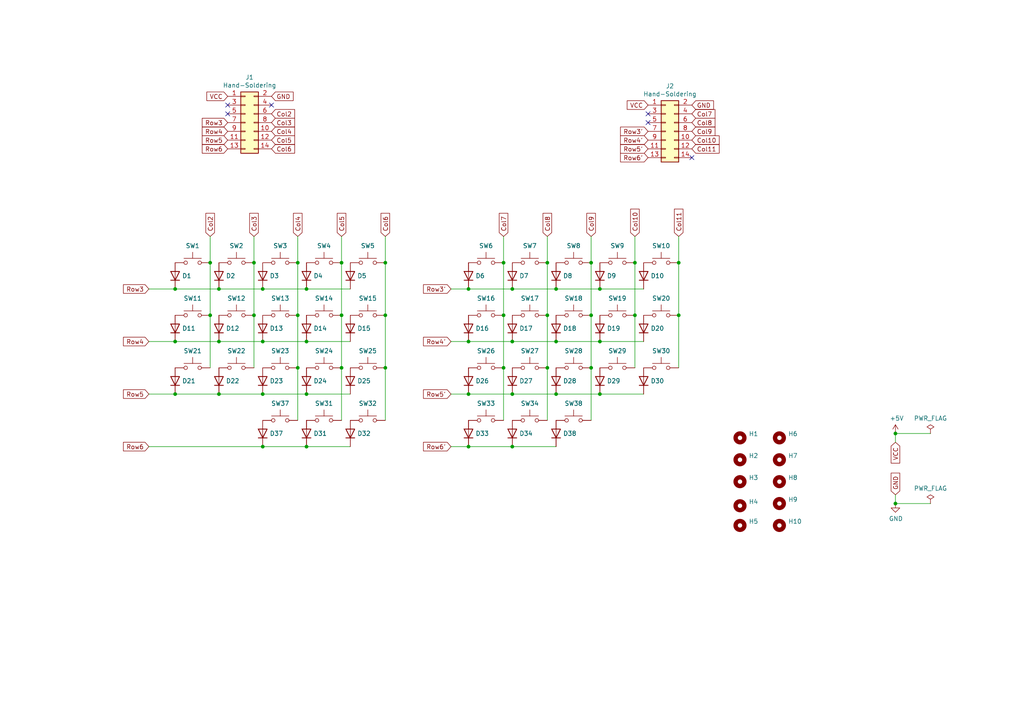
<source format=kicad_sch>
(kicad_sch (version 20211123) (generator eeschema)
  (paper "A4")
  (title_block (title "Pragmatic Input Module") (date "2021-11-20") (rev "v0.2") (company "Designed by James Sa"))
  (lib_symbols
    (symbol "Connector_Generic:Conn_02x07_Odd_Even" (pin_names (offset 1.016) hide)
      (property "Reference" "J" (at 1.27 10.16 0))
      (property "Value" "Conn_02x07_Odd_Even" (at 1.27 -10.16 0))
      (symbol "Conn_02x07_Odd_Even_1_1"
        (rectangle (start -1.27 -7.493) (end 0 -7.747) (stroke (width 0.1524)))
        (rectangle (start -1.27 -4.953) (end 0 -5.207) (stroke (width 0.1524)))
        (rectangle (start -1.27 -2.413) (end 0 -2.667) (stroke (width 0.1524)))
        (rectangle (start -1.27 0.127) (end 0 -0.127) (stroke (width 0.1524)))
        (rectangle (start -1.27 2.667) (end 0 2.413) (stroke (width 0.1524)))
        (rectangle (start -1.27 5.207) (end 0 4.953) (stroke (width 0.1524)))
        (rectangle (start -1.27 7.747) (end 0 7.493) (stroke (width 0.1524)))
        (rectangle (start -1.27 8.89) (end 3.81 -8.89) (stroke (width 0.254)) (fill (type background)))
        (rectangle (start 3.81 -7.493) (end 2.54 -7.747) (stroke (width 0.1524)))
        (rectangle (start 3.81 -4.953) (end 2.54 -5.207) (stroke (width 0.1524)))
        (rectangle (start 3.81 -2.413) (end 2.54 -2.667) (stroke (width 0.1524)))
        (rectangle (start 3.81 0.127) (end 2.54 -0.127) (stroke (width 0.1524)))
        (rectangle (start 3.81 2.667) (end 2.54 2.413) (stroke (width 0.1524)))
        (rectangle (start 3.81 5.207) (end 2.54 4.953) (stroke (width 0.1524)))
        (rectangle (start 3.81 7.747) (end 2.54 7.493) (stroke (width 0.1524)))
        (pin passive line (at -5.08 7.62 0) (length 3.81) (name "Pin_1") (number "1"))
        (pin passive line (at 7.62 -2.54 180) (length 3.81) (name "Pin_10") (number "10"))
        (pin passive line (at -5.08 -5.08 0) (length 3.81) (name "Pin_11") (number "11"))
        (pin passive line (at 7.62 -5.08 180) (length 3.81) (name "Pin_12") (number "12"))
        (pin passive line (at -5.08 -7.62 0) (length 3.81) (name "Pin_13") (number "13"))
        (pin passive line (at 7.62 -7.62 180) (length 3.81) (name "Pin_14") (number "14"))
        (pin passive line (at 7.62 7.62 180) (length 3.81) (name "Pin_2") (number "2"))
        (pin passive line (at -5.08 5.08 0) (length 3.81) (name "Pin_3") (number "3"))
        (pin passive line (at 7.62 5.08 180) (length 3.81) (name "Pin_4") (number "4"))
        (pin passive line (at -5.08 2.54 0) (length 3.81) (name "Pin_5") (number "5"))
        (pin passive line (at 7.62 2.54 180) (length 3.81) (name "Pin_6") (number "6"))
        (pin passive line (at -5.08 0 0) (length 3.81) (name "Pin_7") (number "7"))
        (pin passive line (at 7.62 0 180) (length 3.81) (name "Pin_8") (number "8"))
        (pin passive line (at -5.08 -2.54 0) (length 3.81) (name "Pin_9") (number "9"))
      )
    )
    (symbol "Device:D" (pin_numbers hide) (pin_names (offset 1.016) hide)
      (property "Reference" "D" (at 0 2.54 0))
      (property "Value" "D" (at 0 -2.54 0))
      (symbol "D_0_1"
        (polyline (pts (xy -1.27 1.27) (xy -1.27 -1.27)) (stroke (width 0.254)))
        (polyline (pts (xy 1.27 0) (xy -1.27 0)))
        (polyline (pts (xy 1.27 1.27) (xy 1.27 -1.27) (xy -1.27 0) (xy 1.27 1.27)) (stroke (width 0.254)))
      )
      (symbol "D_1_1"
        (pin passive line (at -3.81 0 0) (length 2.54) (name "K") (number "1"))
        (pin passive line (at 3.81 0 180) (length 2.54) (name "A") (number "2"))
      )
    )
    (symbol "Mechanical:MountingHole" (pin_names (offset 1.016))
      (property "Reference" "H" (at 0 5.08 0))
      (property "Value" "MountingHole" (at 0 3.175 0))
      (symbol "MountingHole_0_1"
        (circle (center 0 0) (radius 1.27) (stroke (width 1.27)))
      )
    )
    (symbol "Switch:SW_Push" (pin_numbers hide) (pin_names (offset 1.016) hide)
      (property "Reference" "SW" (at 1.27 2.54 0))
      (property "Value" "SW_Push" (at 0 -1.524 0))
      (symbol "SW_Push_0_1"
        (circle (center -2.032 0) (radius 0.508))
        (polyline (pts (xy 0 1.27) (xy 0 3.048)))
        (polyline (pts (xy 2.54 1.27) (xy -2.54 1.27)))
        (circle (center 2.032 0) (radius 0.508))
        (pin passive line (at -5.08 0 0) (length 2.54) (name "1") (number "1"))
        (pin passive line (at 5.08 0 180) (length 2.54) (name "2") (number "2"))
      )
    )
    (symbol "power:+5V" (power) (pin_names (offset 0))
      (property "Value" "+5V" (at 0 3.556 0))
      (symbol "+5V_0_1"
        (polyline (pts (xy -0.762 1.27) (xy 0 2.54)))
        (polyline (pts (xy 0 0) (xy 0 2.54)))
        (polyline (pts (xy 0 2.54) (xy 0.762 1.27)))
      )
      (symbol "+5V_1_1"
        (pin power_in line (at 0 0 90) (length 0) hide (name "+5V") (number "1"))
      )
    )
    (symbol "power:GND" (power) (pin_names (offset 0))
      (property "Value" "GND" (at 0 -3.81 0))
      (symbol "GND_0_1"
        (polyline (pts (xy 0 0) (xy 0 -1.27) (xy 1.27 -1.27) (xy 0 -2.54) (xy -1.27 -1.27) (xy 0 -1.27)))
      )
      (symbol "GND_1_1"
        (pin power_in line (at 0 0 270) (length 0) hide (name "GND") (number "1"))
      )
    )
    (symbol "power:PWR_FLAG" (power) (pin_numbers hide) (pin_names (offset 0) hide)
      (property "Value" "PWR_FLAG" (at 0 3.81 0))
      (symbol "PWR_FLAG_0_0"
        (pin power_out line (at 0 0 90) (length 0) (name "pwr") (number "1"))
      )
      (symbol "PWR_FLAG_0_1"
        (polyline (pts (xy 0 0) (xy 0 1.27) (xy -1.016 1.905) (xy 0 2.54) (xy 1.016 1.905) (xy 0 1.27)))
      )
    )
  )
  (junction (at 50.8 83.82))
  (junction (at 161.29 83.82))
  (junction (at 88.9 129.54))
  (junction (at 184.15 76.2))
  (junction (at 63.5 114.3))
  (junction (at 173.99 114.3))
  (junction (at 135.89 114.3))
  (junction (at 171.45 91.44))
  (junction (at 173.99 83.82))
  (junction (at 135.89 129.54))
  (junction (at 146.05 106.68))
  (junction (at 184.15 91.44))
  (junction (at 158.75 76.2))
  (junction (at 196.85 76.2))
  (junction (at 86.36 91.44))
  (junction (at 76.2 114.3))
  (junction (at 259.715 146.05))
  (junction (at 259.715 125.73))
  (junction (at 99.06 91.44))
  (junction (at 148.59 99.06))
  (junction (at 76.2 83.82))
  (junction (at 196.85 91.44))
  (junction (at 73.66 76.2))
  (junction (at 148.59 129.54))
  (junction (at 76.2 99.06))
  (junction (at 161.29 114.3))
  (junction (at 158.75 106.68))
  (junction (at 135.89 83.82))
  (junction (at 73.66 91.44))
  (junction (at 88.9 114.3))
  (junction (at 135.89 99.06))
  (junction (at 88.9 83.82))
  (junction (at 111.76 106.68))
  (junction (at 111.76 76.2))
  (junction (at 50.8 99.06))
  (junction (at 148.59 83.82))
  (junction (at 60.96 76.2))
  (junction (at 171.45 106.68))
  (junction (at 99.06 76.2))
  (junction (at 99.06 106.68))
  (junction (at 146.05 91.44))
  (junction (at 148.59 114.3))
  (junction (at 171.45 76.2))
  (junction (at 63.5 99.06))
  (junction (at 146.05 76.2))
  (junction (at 50.8 114.3))
  (junction (at 158.75 91.44))
  (junction (at 161.29 99.06))
  (junction (at 88.9 99.06))
  (junction (at 60.96 91.44))
  (junction (at 86.36 106.68))
  (junction (at 111.76 91.44))
  (junction (at 173.99 99.06))
  (junction (at 76.2 129.54))
  (junction (at 86.36 76.2))
  (junction (at 63.5 83.82))
  (no_connect (at 187.96 33.02))
  (no_connect (at 187.96 35.56))
  (no_connect (at 200.66 45.72))
  (no_connect (at 66.04 30.48))
  (no_connect (at 66.04 33.02))
  (no_connect (at 78.74 30.48))
  (wire (pts (xy 76.2 83.82) (xy 88.9 83.82)))
  (wire (pts (xy 111.76 76.2) (xy 111.76 91.44)))
  (wire (pts (xy 99.06 106.68) (xy 99.06 121.92)))
  (wire (pts (xy 111.76 91.44) (xy 111.76 106.68)))
  (wire (pts (xy 158.75 106.68) (xy 158.75 121.92)))
  (wire (pts (xy 76.2 114.3) (xy 88.9 114.3)))
  (wire (pts (xy 60.96 91.44) (xy 60.96 106.68)))
  (wire (pts (xy 76.2 129.54) (xy 88.9 129.54)))
  (wire (pts (xy 130.81 83.82) (xy 135.89 83.82)))
  (wire (pts (xy 99.06 68.58) (xy 99.06 76.2)))
  (wire (pts (xy 148.59 83.82) (xy 161.29 83.82)))
  (wire (pts (xy 50.8 83.82) (xy 63.5 83.82)))
  (wire (pts (xy 259.715 125.73) (xy 269.875 125.73)))
  (wire (pts (xy 146.05 68.58) (xy 146.05 76.2)))
  (wire (pts (xy 146.05 76.2) (xy 146.05 91.44)))
  (wire (pts (xy 60.96 68.58) (xy 60.96 76.2)))
  (wire (pts (xy 135.89 99.06) (xy 148.59 99.06)))
  (wire (pts (xy 60.96 76.2) (xy 60.96 91.44)))
  (wire (pts (xy 63.5 99.06) (xy 76.2 99.06)))
  (wire (pts (xy 50.8 114.3) (xy 63.5 114.3)))
  (wire (pts (xy 130.81 129.54) (xy 135.89 129.54)))
  (wire (pts (xy 135.89 83.82) (xy 148.59 83.82)))
  (wire (pts (xy 73.66 91.44) (xy 73.66 106.68)))
  (wire (pts (xy 173.99 114.3) (xy 186.69 114.3)))
  (wire (pts (xy 88.9 83.82) (xy 101.6 83.82)))
  (wire (pts (xy 184.15 68.58) (xy 184.15 76.2)))
  (wire (pts (xy 158.75 76.2) (xy 158.75 91.44)))
  (wire (pts (xy 86.36 91.44) (xy 86.36 106.68)))
  (wire (pts (xy 50.8 99.06) (xy 63.5 99.06)))
  (wire (pts (xy 148.59 99.06) (xy 161.29 99.06)))
  (wire (pts (xy 86.36 68.58) (xy 86.36 76.2)))
  (wire (pts (xy 259.715 143.51) (xy 259.715 146.05)))
  (wire (pts (xy 196.85 76.2) (xy 196.85 91.44)))
  (wire (pts (xy 88.9 99.06) (xy 101.6 99.06)))
  (wire (pts (xy 161.29 83.82) (xy 173.99 83.82)))
  (wire (pts (xy 158.75 68.58) (xy 158.75 76.2)))
  (wire (pts (xy 173.99 83.82) (xy 186.69 83.82)))
  (wire (pts (xy 184.15 91.44) (xy 184.15 106.68)))
  (wire (pts (xy 135.89 129.54) (xy 148.59 129.54)))
  (wire (pts (xy 88.9 114.3) (xy 101.6 114.3)))
  (wire (pts (xy 171.45 68.58) (xy 171.45 76.2)))
  (wire (pts (xy 184.15 76.2) (xy 184.15 91.44)))
  (wire (pts (xy 43.18 114.3) (xy 50.8 114.3)))
  (wire (pts (xy 99.06 76.2) (xy 99.06 91.44)))
  (wire (pts (xy 196.85 91.44) (xy 196.85 106.68)))
  (wire (pts (xy 148.59 114.3) (xy 161.29 114.3)))
  (wire (pts (xy 135.89 114.3) (xy 148.59 114.3)))
  (wire (pts (xy 171.45 106.68) (xy 171.45 121.92)))
  (wire (pts (xy 99.06 91.44) (xy 99.06 106.68)))
  (wire (pts (xy 111.76 106.68) (xy 111.76 121.92)))
  (wire (pts (xy 146.05 91.44) (xy 146.05 106.68)))
  (wire (pts (xy 111.76 68.58) (xy 111.76 76.2)))
  (wire (pts (xy 86.36 76.2) (xy 86.36 91.44)))
  (wire (pts (xy 148.59 129.54) (xy 161.29 129.54)))
  (wire (pts (xy 76.2 99.06) (xy 88.9 99.06)))
  (wire (pts (xy 63.5 114.3) (xy 76.2 114.3)))
  (wire (pts (xy 171.45 76.2) (xy 171.45 91.44)))
  (wire (pts (xy 173.99 99.06) (xy 186.69 99.06)))
  (wire (pts (xy 196.85 68.58) (xy 196.85 76.2)))
  (wire (pts (xy 63.5 83.82) (xy 76.2 83.82)))
  (wire (pts (xy 161.29 99.06) (xy 173.99 99.06)))
  (wire (pts (xy 259.715 125.73) (xy 259.715 128.27)))
  (wire (pts (xy 269.875 146.05) (xy 259.715 146.05)))
  (wire (pts (xy 146.05 106.68) (xy 146.05 121.92)))
  (wire (pts (xy 88.9 129.54) (xy 101.6 129.54)))
  (wire (pts (xy 86.36 106.68) (xy 86.36 121.92)))
  (wire (pts (xy 171.45 91.44) (xy 171.45 106.68)))
  (wire (pts (xy 158.75 91.44) (xy 158.75 106.68)))
  (wire (pts (xy 161.29 114.3) (xy 173.99 114.3)))
  (wire (pts (xy 73.66 76.2) (xy 73.66 91.44)))
  (wire (pts (xy 130.81 99.06) (xy 135.89 99.06)))
  (wire (pts (xy 43.18 83.82) (xy 50.8 83.82)))
  (wire (pts (xy 73.66 68.58) (xy 73.66 76.2)))
  (wire (pts (xy 130.81 114.3) (xy 135.89 114.3)))
  (wire (pts (xy 43.18 129.54) (xy 76.2 129.54)))
  (wire (pts (xy 43.18 99.06) (xy 50.8 99.06)))
  (global_label "GND" (shape input) (at 259.715 143.51 90) (property "Intersheet References" "${INTERSHEET_REFS}" (effects hide)))
  (global_label "VCC" (shape input) (at 259.715 128.27 270) (property "Intersheet References" "${INTERSHEET_REFS}" (effects hide)))
  (global_label "Row5" (shape input) (at 43.18 114.3 180) (property "Intersheet References" "${INTERSHEET_REFS}" (effects hide)))
  (global_label "Row6'" (shape input) (at 187.96 45.72 180) (property "Intersheet References" "${INTERSHEET_REFS}" (effects hide)))
  (global_label "Row3" (shape input) (at 66.04 35.56 180) (property "Intersheet References" "${INTERSHEET_REFS}" (effects hide)))
  (global_label "Row5'" (shape input) (at 130.81 114.3 180) (property "Intersheet References" "${INTERSHEET_REFS}" (effects hide)))
  (global_label "Row4" (shape input) (at 66.04 38.1 180) (property "Intersheet References" "${INTERSHEET_REFS}" (effects hide)))
  (global_label "Col7" (shape input) (at 200.66 33.02 0) (property "Intersheet References" "${INTERSHEET_REFS}" (effects hide)))
  (global_label "VCC" (shape input) (at 187.96 30.48 180) (property "Intersheet References" "${INTERSHEET_REFS}" (effects hide)))
  (global_label "Col4" (shape input) (at 78.74 38.1 0) (property "Intersheet References" "${INTERSHEET_REFS}" (effects hide)))
  (global_label "Row3'" (shape input) (at 130.81 83.82 180) (property "Intersheet References" "${INTERSHEET_REFS}" (effects hide)))
  (global_label "Col8" (shape input) (at 158.75 68.58 90) (property "Intersheet References" "${INTERSHEET_REFS}" (effects hide)))
  (global_label "Row5'" (shape input) (at 187.96 43.18 180) (property "Intersheet References" "${INTERSHEET_REFS}" (effects hide)))
  (global_label "Col10" (shape input) (at 184.15 68.58 90) (property "Intersheet References" "${INTERSHEET_REFS}" (effects hide)))
  (global_label "Col2" (shape input) (at 78.74 33.02 0) (property "Intersheet References" "${INTERSHEET_REFS}" (effects hide)))
  (global_label "Col9" (shape input) (at 200.66 38.1 0) (property "Intersheet References" "${INTERSHEET_REFS}" (effects hide)))
  (global_label "Row6" (shape input) (at 43.18 129.54 180) (property "Intersheet References" "${INTERSHEET_REFS}" (effects hide)))
  (global_label "Col10" (shape input) (at 200.66 40.64 0) (property "Intersheet References" "${INTERSHEET_REFS}" (effects hide)))
  (global_label "Col4" (shape input) (at 86.36 68.58 90) (property "Intersheet References" "${INTERSHEET_REFS}" (effects hide)))
  (global_label "GND" (shape input) (at 78.74 27.94 0) (property "Intersheet References" "${INTERSHEET_REFS}" (effects hide)))
  (global_label "Row4'" (shape input) (at 187.96 40.64 180) (property "Intersheet References" "${INTERSHEET_REFS}" (effects hide)))
  (global_label "Col11" (shape input) (at 196.85 68.58 90) (property "Intersheet References" "${INTERSHEET_REFS}" (effects hide)))
  (global_label "Col6" (shape input) (at 78.74 43.18 0) (property "Intersheet References" "${INTERSHEET_REFS}" (effects hide)))
  (global_label "Col7" (shape input) (at 146.05 68.58 90) (property "Intersheet References" "${INTERSHEET_REFS}" (effects hide)))
  (global_label "Col2" (shape input) (at 60.96 68.58 90) (property "Intersheet References" "${INTERSHEET_REFS}" (effects hide)))
  (global_label "Col3" (shape input) (at 78.74 35.56 0) (property "Intersheet References" "${INTERSHEET_REFS}" (effects hide)))
  (global_label "Row5" (shape input) (at 66.04 40.64 180) (property "Intersheet References" "${INTERSHEET_REFS}" (effects hide)))
  (global_label "Row6" (shape input) (at 66.04 43.18 180) (property "Intersheet References" "${INTERSHEET_REFS}" (effects hide)))
  (global_label "Row6'" (shape input) (at 130.81 129.54 180) (property "Intersheet References" "${INTERSHEET_REFS}" (effects hide)))
  (global_label "Col6" (shape input) (at 111.76 68.58 90) (property "Intersheet References" "${INTERSHEET_REFS}" (effects hide)))
  (global_label "Col8" (shape input) (at 200.66 35.56 0) (property "Intersheet References" "${INTERSHEET_REFS}" (effects hide)))
  (global_label "Row4'" (shape input) (at 130.81 99.06 180) (property "Intersheet References" "${INTERSHEET_REFS}" (effects hide)))
  (global_label "VCC" (shape input) (at 66.04 27.94 180) (property "Intersheet References" "${INTERSHEET_REFS}" (effects hide)))
  (global_label "Row3" (shape input) (at 43.18 83.82 180) (property "Intersheet References" "${INTERSHEET_REFS}" (effects hide)))
  (global_label "Col3" (shape input) (at 73.66 68.58 90) (property "Intersheet References" "${INTERSHEET_REFS}" (effects hide)))
  (global_label "Row4" (shape input) (at 43.18 99.06 180) (property "Intersheet References" "${INTERSHEET_REFS}" (effects hide)))
  (global_label "GND" (shape input) (at 200.66 30.48 0) (property "Intersheet References" "${INTERSHEET_REFS}" (effects hide)))
  (global_label "Row3'" (shape input) (at 187.96 38.1 180) (property "Intersheet References" "${INTERSHEET_REFS}" (effects hide)))
  (global_label "Col5" (shape input) (at 78.74 40.64 0) (property "Intersheet References" "${INTERSHEET_REFS}" (effects hide)))
  (global_label "Col5" (shape input) (at 99.06 68.58 90) (property "Intersheet References" "${INTERSHEET_REFS}" (effects hide)))
  (global_label "Col9" (shape input) (at 171.45 68.58 90) (property "Intersheet References" "${INTERSHEET_REFS}" (effects hide)))
  (global_label "Col11" (shape input) (at 200.66 43.18 0) (property "Intersheet References" "${INTERSHEET_REFS}" (effects hide)))
  (symbol (lib_id "power:+5V") (at 259.715 125.73 0) (unit 1)
    (property "Reference" "#PWR01" (effects hide))
    (property "Value" "+5V" (at 260.096 121.3358 0))
  )
  (symbol (lib_id "power:PWR_FLAG") (at 269.875 125.73 0) (unit 1)
    (property "Reference" "#FLG0101" (effects hide))
    (property "Value" "PWR_FLAG" (at 269.875 121.3358 0))
  )
  (symbol (lib_id "Device:D") (at 50.8 95.25 90) (unit 1)
    (property "Reference" "D11" (at 52.832 95.25 90) (effects (justify right)))
    (property "Value" "1N4148" (effects hide))
    (property "Footprint" "Keyboard_Foostan:D3_SMD_v2" (effects hide))
    (property "LCSC" "C81598" (effects hide))
  )
  (symbol (lib_id "Switch:SW_Push") (at 55.88 91.44 0) (unit 1)
    (property "Reference" "SW11" (at 55.88 86.5378 0))
    (property "Value" "SW_Push" (effects hide))
    (property "Footprint" "Keyboard_JSA:MX_Hotswap" (effects hide))
  )
  (symbol (lib_id "power:PWR_FLAG") (at 269.875 146.05 0) (unit 1)
    (property "Reference" "#FLG0102" (effects hide))
    (property "Value" "PWR_FLAG" (at 269.875 141.6558 0))
  )
  (symbol (lib_id "Device:D") (at 63.5 95.25 90) (unit 1)
    (property "Reference" "D12" (at 65.532 95.25 90) (effects (justify right)))
    (property "Value" "1N4148" (effects hide))
    (property "Footprint" "Keyboard_Foostan:D3_SMD_v2" (effects hide))
    (property "LCSC" "C81598" (effects hide))
  )
  (symbol (lib_id "Switch:SW_Push") (at 68.58 91.44 0) (unit 1)
    (property "Reference" "SW12" (at 68.58 86.5378 0))
    (property "Value" "SW_Push" (effects hide))
    (property "Footprint" "Keyboard_JSA:MX_Hotswap" (effects hide))
  )
  (symbol (lib_id "power:GND") (at 259.715 146.05 0) (unit 1)
    (property "Reference" "#PWR02" (effects hide))
    (property "Value" "GND" (at 259.842 150.4442 0))
  )
  (symbol (lib_id "Device:D") (at 76.2 80.01 90) (unit 1)
    (property "Reference" "D3" (at 78.232 80.01 90) (effects (justify right)))
    (property "Value" "1N4148" (effects hide))
    (property "Footprint" "Keyboard_Foostan:D3_SMD_v2" (effects hide))
    (property "LCSC" "C81598" (effects hide))
  )
  (symbol (lib_id "Switch:SW_Push") (at 81.28 76.2 0) (unit 1)
    (property "Reference" "SW3" (at 81.28 71.2978 0))
    (property "Value" "SW_Push" (effects hide))
    (property "Footprint" "Keyboard_JSA:MX_Hotswap" (effects hide))
  )
  (symbol (lib_id "Device:D") (at 88.9 80.01 90) (unit 1)
    (property "Reference" "D4" (at 90.932 80.01 90) (effects (justify right)))
    (property "Value" "1N4148" (effects hide))
    (property "Footprint" "Keyboard_Foostan:D3_SMD_v2" (effects hide))
    (property "LCSC" "C81598" (effects hide))
  )
  (symbol (lib_id "Switch:SW_Push") (at 93.98 76.2 0) (unit 1)
    (property "Reference" "SW4" (at 93.98 71.2978 0))
    (property "Value" "SW_Push" (effects hide))
    (property "Footprint" "Keyboard_JSA:MX_Hotswap" (effects hide))
  )
  (symbol (lib_id "Device:D") (at 101.6 80.01 90) (unit 1)
    (property "Reference" "D5" (at 103.632 80.01 90) (effects (justify right)))
    (property "Value" "1N4148" (effects hide))
    (property "Footprint" "Keyboard_Foostan:D3_SMD_v2" (effects hide))
    (property "LCSC" "C81598" (effects hide))
  )
  (symbol (lib_id "Switch:SW_Push") (at 106.68 76.2 0) (unit 1)
    (property "Reference" "SW5" (at 106.68 71.2978 0))
    (property "Value" "SW_Push" (effects hide))
    (property "Footprint" "Keyboard_JSA:MX_Hotswap" (effects hide))
  )
  (symbol (lib_id "Device:D") (at 50.8 80.01 90) (unit 1)
    (property "Reference" "D1" (at 52.832 80.01 90) (effects (justify right)))
    (property "Value" "1N4148" (effects hide))
    (property "Footprint" "Keyboard_Foostan:D3_SMD_v2" (effects hide))
    (property "Datasheet" "https://datasheet.lcsc.com/lcsc/1811061725_ST-Semtech-1N4148W_C81598.pdf" (effects hide))
    (property "LCSC" "C81598" (effects hide))
  )
  (symbol (lib_id "Switch:SW_Push") (at 55.88 76.2 0) (unit 1)
    (property "Reference" "SW1" (at 55.88 71.2978 0))
    (property "Value" "SW_Push" (effects hide))
    (property "Footprint" "Keyboard_JSA:MX_Hotswap" (effects hide))
  )
  (symbol (lib_id "Device:D") (at 63.5 80.01 90) (unit 1)
    (property "Reference" "D2" (at 65.532 80.01 90) (effects (justify right)))
    (property "Value" "1N4148" (effects hide))
    (property "Footprint" "Keyboard_Foostan:D3_SMD_v2" (effects hide))
    (property "LCSC" "C81598" (effects hide))
  )
  (symbol (lib_id "Switch:SW_Push") (at 68.58 76.2 0) (unit 1)
    (property "Reference" "SW2" (at 68.58 71.2978 0))
    (property "Value" "SW_Push" (effects hide))
    (property "Footprint" "Keyboard_JSA:MX_Hotswap" (effects hide))
  )
  (symbol (lib_id "Device:D") (at 76.2 95.25 90) (unit 1)
    (property "Reference" "D13" (at 78.232 95.25 90) (effects (justify right)))
    (property "Value" "1N4148" (effects hide))
    (property "Footprint" "Keyboard_Foostan:D3_SMD_v2" (effects hide))
    (property "LCSC" "C81598" (effects hide))
  )
  (symbol (lib_id "Switch:SW_Push") (at 81.28 91.44 0) (unit 1)
    (property "Reference" "SW13" (at 81.28 86.5378 0))
    (property "Value" "SW_Push" (effects hide))
    (property "Footprint" "Keyboard_JSA:MX_Hotswap" (effects hide))
  )
  (symbol (lib_id "Device:D") (at 88.9 95.25 90) (unit 1)
    (property "Reference" "D14" (at 90.932 95.25 90) (effects (justify right)))
    (property "Value" "1N4148" (effects hide))
    (property "Footprint" "Keyboard_Foostan:D3_SMD_v2" (effects hide))
    (property "LCSC" "C81598" (effects hide))
  )
  (symbol (lib_id "Switch:SW_Push") (at 93.98 91.44 0) (unit 1)
    (property "Reference" "SW14" (at 93.98 86.5378 0))
    (property "Value" "SW_Push" (effects hide))
    (property "Footprint" "Keyboard_JSA:MX_Hotswap" (effects hide))
  )
  (symbol (lib_id "Device:D") (at 101.6 95.25 90) (unit 1)
    (property "Reference" "D15" (at 103.632 95.25 90) (effects (justify right)))
    (property "Value" "1N4148" (effects hide))
    (property "Footprint" "Keyboard_Foostan:D3_SMD_v2" (effects hide))
    (property "LCSC" "C81598" (effects hide))
  )
  (symbol (lib_id "Switch:SW_Push") (at 106.68 91.44 0) (unit 1)
    (property "Reference" "SW15" (at 106.68 86.5378 0))
    (property "Value" "SW_Push" (effects hide))
    (property "Footprint" "Keyboard_JSA:MX_Hotswap" (effects hide))
  )
  (symbol (lib_id "Device:D") (at 63.5 110.49 90) (unit 1)
    (property "Reference" "D22" (at 65.532 110.49 90) (effects (justify right)))
    (property "Value" "1N4148" (effects hide))
    (property "Footprint" "Keyboard_Foostan:D3_SMD_v2" (effects hide))
    (property "LCSC" "C81598" (effects hide))
  )
  (symbol (lib_id "Switch:SW_Push") (at 68.58 106.68 0) (unit 1)
    (property "Reference" "SW22" (at 68.58 101.7778 0))
    (property "Value" "SW_Push" (effects hide))
    (property "Footprint" "Keyboard_JSA:MX_Hotswap" (effects hide))
  )
  (symbol (lib_id "Device:D") (at 76.2 110.49 90) (unit 1)
    (property "Reference" "D23" (at 78.232 110.49 90) (effects (justify right)))
    (property "Value" "1N4148" (effects hide))
    (property "Footprint" "Keyboard_Foostan:D3_SMD_v2" (effects hide))
    (property "LCSC" "C81598" (effects hide))
  )
  (symbol (lib_id "Switch:SW_Push") (at 81.28 106.68 0) (unit 1)
    (property "Reference" "SW23" (at 81.28 101.7778 0))
    (property "Value" "SW_Push" (effects hide))
    (property "Footprint" "Keyboard_JSA:MX_Hotswap" (effects hide))
  )
  (symbol (lib_id "Device:D") (at 88.9 110.49 90) (unit 1)
    (property "Reference" "D24" (at 90.932 110.49 90) (effects (justify right)))
    (property "Value" "1N4148" (effects hide))
    (property "Footprint" "Keyboard_Foostan:D3_SMD_v2" (effects hide))
    (property "LCSC" "C81598" (effects hide))
  )
  (symbol (lib_id "Switch:SW_Push") (at 93.98 106.68 0) (unit 1)
    (property "Reference" "SW24" (at 93.98 101.7778 0))
    (property "Value" "SW_Push" (effects hide))
    (property "Footprint" "Keyboard_JSA:MX_Hotswap" (effects hide))
  )
  (symbol (lib_id "Device:D") (at 101.6 110.49 90) (unit 1)
    (property "Reference" "D25" (at 103.632 110.49 90) (effects (justify right)))
    (property "Value" "1N4148" (effects hide))
    (property "Footprint" "Keyboard_Foostan:D3_SMD_v2" (effects hide))
    (property "LCSC" "C81598" (effects hide))
  )
  (symbol (lib_id "Switch:SW_Push") (at 106.68 106.68 0) (unit 1)
    (property "Reference" "SW25" (at 106.68 101.7778 0))
    (property "Value" "SW_Push" (effects hide))
    (property "Footprint" "Keyboard_JSA:MX_Hotswap" (effects hide))
  )
  (symbol (lib_id "Device:D") (at 50.8 110.49 90) (unit 1)
    (property "Reference" "D21" (at 52.832 110.49 90) (effects (justify right)))
    (property "Value" "1N4148" (effects hide))
    (property "Footprint" "Keyboard_Foostan:D3_SMD_v2" (effects hide))
    (property "LCSC" "C81598" (effects hide))
  )
  (symbol (lib_id "Switch:SW_Push") (at 55.88 106.68 0) (unit 1)
    (property "Reference" "SW21" (at 55.88 101.7778 0))
    (property "Value" "SW_Push" (effects hide))
    (property "Footprint" "Keyboard_JSA:MX_Hotswap" (effects hide))
  )
  (symbol (lib_id "Device:D") (at 88.9 125.73 90) (unit 1)
    (property "Reference" "D31" (at 90.932 125.73 90) (effects (justify right)))
    (property "Value" "1N4148" (effects hide))
    (property "Footprint" "Keyboard_Foostan:D3_SMD_v2" (effects hide))
    (property "LCSC" "C81598" (effects hide))
  )
  (symbol (lib_id "Switch:SW_Push") (at 93.98 121.92 0) (unit 1)
    (property "Reference" "SW31" (at 93.98 117.0178 0))
    (property "Value" "SW_Push" (effects hide))
    (property "Footprint" "Keyboard_JSA:MX_Hotswap" (effects hide))
  )
  (symbol (lib_id "Device:D") (at 101.6 125.73 90) (unit 1)
    (property "Reference" "D32" (at 103.632 125.73 90) (effects (justify right)))
    (property "Value" "1N4148" (effects hide))
    (property "Footprint" "Keyboard_Foostan:D3_SMD_v2" (effects hide))
    (property "LCSC" "C81598" (effects hide))
  )
  (symbol (lib_id "Switch:SW_Push") (at 106.68 121.92 0) (unit 1)
    (property "Reference" "SW32" (at 106.68 117.0178 0))
    (property "Value" "SW_Push" (effects hide))
    (property "Footprint" "Keyboard_JSA:MX_Hotswap" (effects hide))
  )
  (symbol (lib_id "Connector_Generic:Conn_02x07_Odd_Even") (at 71.12 35.56 0) (unit 1)
    (property "Reference" "J1" (at 72.39 22.4282 0))
    (property "Value" "Hand-Soldering" (at 72.39 24.7396 0))
    (property "Footprint" "Connector_IDC:IDC-Header_2x07_P2.54mm_Vertical" (effects hide))
    (property "LCSC" "C3406" (effects hide))
  )
  (symbol (lib_id "Mechanical:MountingHole") (at 214.63 127 0) (unit 1)
    (property "Reference" "H1" (at 217.17 125.8316 0) (effects (justify left)))
    (property "Value" "MountingHole" (effects hide))
    (property "Footprint" "MountingHole:MountingHole_2.5mm" (effects hide))
  )
  (symbol (lib_id "Mechanical:MountingHole") (at 214.63 133.35 0) (unit 1)
    (property "Reference" "H2" (at 217.17 132.1816 0) (effects (justify left)))
    (property "Value" "MountingHole" (effects hide))
    (property "Footprint" "MountingHole:MountingHole_2.5mm" (effects hide))
  )
  (symbol (lib_id "Mechanical:MountingHole") (at 214.63 139.7 0) (unit 1)
    (property "Reference" "H3" (at 217.17 138.5316 0) (effects (justify left)))
    (property "Value" "MountingHole" (effects hide))
    (property "Footprint" "MountingHole:MountingHole_2.5mm" (effects hide))
  )
  (symbol (lib_id "Mechanical:MountingHole") (at 214.63 146.685 0) (unit 1)
    (property "Reference" "H4" (at 217.17 145.5166 0) (effects (justify left)))
    (property "Value" "MountingHole" (effects hide))
    (property "Footprint" "MountingHole:MountingHole_2.5mm" (effects hide))
  )
  (symbol (lib_id "Device:D") (at 76.2 125.73 90) (unit 1)
    (property "Reference" "D37" (at 78.232 125.73 90) (effects (justify right)))
    (property "Value" "1N4148" (effects hide))
    (property "Footprint" "Keyboard_Foostan:D3_SMD_v2" (effects hide))
    (property "LCSC" "C81598" (effects hide))
  )
  (symbol (lib_id "Switch:SW_Push") (at 153.67 91.44 0) (unit 1)
    (property "Reference" "SW17" (at 153.67 86.5378 0))
    (property "Value" "SW_Push" (effects hide))
    (property "Footprint" "Keyboard_JSA:MX_Hotswap" (effects hide))
  )
  (symbol (lib_id "Switch:SW_Push") (at 191.77 76.2 0) (unit 1)
    (property "Reference" "SW10" (at 191.77 71.2978 0))
    (property "Value" "SW_Push" (effects hide))
    (property "Footprint" "Keyboard_JSA:MX_Hotswap" (effects hide))
  )
  (symbol (lib_id "Device:D") (at 186.69 80.01 90) (unit 1)
    (property "Reference" "D10" (at 188.722 80.01 90) (effects (justify right)))
    (property "Value" "1N4148" (effects hide))
    (property "Footprint" "Keyboard_Foostan:D3_SMD_v2" (effects hide))
    (property "LCSC" "C81598" (effects hide))
  )
  (symbol (lib_id "Switch:SW_Push") (at 179.07 76.2 0) (unit 1)
    (property "Reference" "SW9" (at 179.07 71.2978 0))
    (property "Value" "SW_Push" (effects hide))
    (property "Footprint" "Keyboard_JSA:MX_Hotswap" (effects hide))
  )
  (symbol (lib_id "Mechanical:MountingHole") (at 214.63 152.4 0) (unit 1)
    (property "Reference" "H5" (at 217.17 151.2316 0) (effects (justify left)))
    (property "Value" "MountingHole" (effects hide))
    (property "Footprint" "MountingHole:MountingHole_2.5mm" (effects hide))
  )
  (symbol (lib_id "Switch:SW_Push") (at 166.37 121.92 0) (unit 1)
    (property "Reference" "SW38" (at 166.37 117.0178 0))
    (property "Value" "SW_Push" (effects hide))
    (property "Footprint" "Keyboard_JSA:MX_Hotswap" (effects hide))
  )
  (symbol (lib_id "Device:D") (at 173.99 80.01 90) (unit 1)
    (property "Reference" "D9" (at 176.022 80.01 90) (effects (justify right)))
    (property "Value" "1N4148" (effects hide))
    (property "Footprint" "Keyboard_Foostan:D3_SMD_v2" (effects hide))
    (property "LCSC" "C81598" (effects hide))
  )
  (symbol (lib_id "Switch:SW_Push") (at 166.37 76.2 0) (unit 1)
    (property "Reference" "SW8" (at 166.37 71.2978 0))
    (property "Value" "SW_Push" (effects hide))
    (property "Footprint" "Keyboard_JSA:MX_Hotswap" (effects hide))
  )
  (symbol (lib_id "Switch:SW_Push") (at 153.67 106.68 0) (unit 1)
    (property "Reference" "SW27" (at 153.67 101.7778 0))
    (property "Value" "SW_Push" (effects hide))
    (property "Footprint" "Keyboard_JSA:MX_Hotswap" (effects hide))
  )
  (symbol (lib_id "Switch:SW_Push") (at 179.07 106.68 0) (unit 1)
    (property "Reference" "SW29" (at 179.07 101.7778 0))
    (property "Value" "SW_Push" (effects hide))
    (property "Footprint" "Keyboard_JSA:MX_Hotswap" (effects hide))
  )
  (symbol (lib_id "Mechanical:MountingHole") (at 226.06 139.7 0) (unit 1)
    (property "Reference" "H8" (at 228.6 138.5316 0) (effects (justify left)))
    (property "Value" "MountingHole" (effects hide))
    (property "Footprint" "MountingHole:MountingHole_2.5mm" (effects hide))
  )
  (symbol (lib_id "Switch:SW_Push") (at 166.37 106.68 0) (unit 1)
    (property "Reference" "SW28" (at 166.37 101.7778 0))
    (property "Value" "SW_Push" (effects hide))
    (property "Footprint" "Keyboard_JSA:MX_Hotswap" (effects hide))
  )
  (symbol (lib_id "Switch:SW_Push") (at 166.37 91.44 0) (unit 1)
    (property "Reference" "SW18" (at 166.37 86.5378 0))
    (property "Value" "SW_Push" (effects hide))
    (property "Footprint" "Keyboard_JSA:MX_Hotswap" (effects hide))
  )
  (symbol (lib_id "Connector_Generic:Conn_02x07_Odd_Even") (at 193.04 38.1 0) (unit 1)
    (property "Reference" "J2" (at 194.31 24.9682 0))
    (property "Value" "Hand-Soldering" (at 194.31 27.2796 0))
    (property "Footprint" "Connector_IDC:IDC-Header_2x07_P2.54mm_Vertical" (effects hide))
    (property "LCSC" "C3406" (effects hide))
  )
  (symbol (lib_id "Device:D") (at 173.99 95.25 90) (unit 1)
    (property "Reference" "D19" (at 176.022 95.25 90) (effects (justify right)))
    (property "Value" "1N4148" (effects hide))
    (property "Footprint" "Keyboard_Foostan:D3_SMD_v2" (effects hide))
    (property "LCSC" "C81598" (effects hide))
  )
  (symbol (lib_id "Device:D") (at 186.69 95.25 90) (unit 1)
    (property "Reference" "D20" (at 188.722 95.25 90) (effects (justify right)))
    (property "Value" "1N4148" (effects hide))
    (property "Footprint" "Keyboard_Foostan:D3_SMD_v2" (effects hide))
    (property "LCSC" "C81598" (effects hide))
  )
  (symbol (lib_id "Device:D") (at 161.29 95.25 90) (unit 1)
    (property "Reference" "D18" (at 163.322 95.25 90) (effects (justify right)))
    (property "Value" "1N4148" (effects hide))
    (property "Footprint" "Keyboard_Foostan:D3_SMD_v2" (effects hide))
    (property "LCSC" "C81598" (effects hide))
  )
  (symbol (lib_id "Switch:SW_Push") (at 140.97 91.44 0) (unit 1)
    (property "Reference" "SW16" (at 140.97 86.5378 0))
    (property "Value" "SW_Push" (effects hide))
    (property "Footprint" "Keyboard_JSA:MX_Hotswap" (effects hide))
  )
  (symbol (lib_id "Device:D") (at 135.89 80.01 90) (unit 1)
    (property "Reference" "D6" (at 137.922 80.01 90) (effects (justify right)))
    (property "Value" "1N4148" (effects hide))
    (property "Footprint" "Keyboard_Foostan:D3_SMD_v2" (effects hide))
    (property "Datasheet" "https://datasheet.lcsc.com/lcsc/1811061725_ST-Semtech-1N4148W_C81598.pdf" (effects hide))
    (property "LCSC" "C81598" (effects hide))
  )
  (symbol (lib_id "Switch:SW_Push") (at 153.67 76.2 0) (unit 1)
    (property "Reference" "SW7" (at 153.67 71.2978 0))
    (property "Value" "SW_Push" (effects hide))
    (property "Footprint" "Keyboard_JSA:MX_Hotswap" (effects hide))
  )
  (symbol (lib_id "Device:D") (at 161.29 80.01 90) (unit 1)
    (property "Reference" "D8" (at 163.322 80.01 90) (effects (justify right)))
    (property "Value" "1N4148" (effects hide))
    (property "Footprint" "Keyboard_Foostan:D3_SMD_v2" (effects hide))
    (property "LCSC" "C81598" (effects hide))
  )
  (symbol (lib_id "Switch:SW_Push") (at 191.77 106.68 0) (unit 1)
    (property "Reference" "SW30" (at 191.77 101.7778 0))
    (property "Value" "SW_Push" (effects hide))
    (property "Footprint" "Keyboard_JSA:MX_Hotswap" (effects hide))
  )
  (symbol (lib_id "Mechanical:MountingHole") (at 226.06 127 0) (unit 1)
    (property "Reference" "H6" (at 228.6 125.8316 0) (effects (justify left)))
    (property "Value" "MountingHole" (effects hide))
    (property "Footprint" "MountingHole:MountingHole_2.5mm" (effects hide))
  )
  (symbol (lib_id "Mechanical:MountingHole") (at 226.06 133.35 0) (unit 1)
    (property "Reference" "H7" (at 228.6 132.1816 0) (effects (justify left)))
    (property "Value" "MountingHole" (effects hide))
    (property "Footprint" "MountingHole:MountingHole_2.5mm" (effects hide))
  )
  (symbol (lib_id "Device:D") (at 148.59 80.01 90) (unit 1)
    (property "Reference" "D7" (at 150.622 80.01 90) (effects (justify right)))
    (property "Value" "1N4148" (effects hide))
    (property "Footprint" "Keyboard_Foostan:D3_SMD_v2" (effects hide))
    (property "LCSC" "C81598" (effects hide))
  )
  (symbol (lib_id "Device:D") (at 148.59 125.73 90) (unit 1)
    (property "Reference" "D34" (at 150.622 125.73 90) (effects (justify right)))
    (property "Value" "1N4148" (effects hide))
    (property "Footprint" "Keyboard_Foostan:D3_SMD_v2" (effects hide))
    (property "LCSC" "C81598" (effects hide))
  )
  (symbol (lib_id "Device:D") (at 173.99 110.49 90) (unit 1)
    (property "Reference" "D29" (at 176.022 110.49 90) (effects (justify right)))
    (property "Value" "1N4148" (effects hide))
    (property "Footprint" "Keyboard_Foostan:D3_SMD_v2" (effects hide))
    (property "LCSC" "C81598" (effects hide))
  )
  (symbol (lib_id "Mechanical:MountingHole") (at 226.06 146.05 0) (unit 1)
    (property "Reference" "H9" (at 228.6 144.8816 0) (effects (justify left)))
    (property "Value" "MountingHole" (effects hide))
    (property "Footprint" "MountingHole:MountingHole_2.5mm" (effects hide))
  )
  (symbol (lib_id "Switch:SW_Push") (at 81.28 121.92 0) (unit 1)
    (property "Reference" "SW37" (at 81.28 117.0178 0))
    (property "Value" "SW_Push" (effects hide))
    (property "Footprint" "Keyboard_JSA:MX_Hotswap" (effects hide))
  )
  (symbol (lib_id "Device:D") (at 161.29 110.49 90) (unit 1)
    (property "Reference" "D28" (at 163.322 110.49 90) (effects (justify right)))
    (property "Value" "1N4148" (effects hide))
    (property "Footprint" "Keyboard_Foostan:D3_SMD_v2" (effects hide))
    (property "LCSC" "C81598" (effects hide))
  )
  (symbol (lib_id "Device:D") (at 135.89 110.49 90) (unit 1)
    (property "Reference" "D26" (at 137.922 110.49 90) (effects (justify right)))
    (property "Value" "1N4148" (effects hide))
    (property "Footprint" "Keyboard_Foostan:D3_SMD_v2" (effects hide))
    (property "LCSC" "C81598" (effects hide))
  )
  (symbol (lib_id "Mechanical:MountingHole") (at 226.06 152.4 0) (unit 1)
    (property "Reference" "H10" (at 228.6 151.2316 0) (effects (justify left)))
    (property "Value" "MountingHole" (effects hide))
    (property "Footprint" "MountingHole:MountingHole_2.5mm" (effects hide))
  )
  (symbol (lib_id "Device:D") (at 135.89 95.25 90) (unit 1)
    (property "Reference" "D16" (at 137.922 95.25 90) (effects (justify right)))
    (property "Value" "1N4148" (effects hide))
    (property "Footprint" "Keyboard_Foostan:D3_SMD_v2" (effects hide))
    (property "LCSC" "C81598" (effects hide))
  )
  (symbol (lib_id "Switch:SW_Push") (at 153.67 121.92 0) (unit 1)
    (property "Reference" "SW34" (at 153.67 117.0178 0))
    (property "Value" "SW_Push" (effects hide))
    (property "Footprint" "Keyboard_JSA:MX_Hotswap" (effects hide))
  )
  (symbol (lib_id "Switch:SW_Push") (at 140.97 106.68 0) (unit 1)
    (property "Reference" "SW26" (at 140.97 101.7778 0))
    (property "Value" "SW_Push" (effects hide))
    (property "Footprint" "Keyboard_JSA:MX_Hotswap" (effects hide))
  )
  (symbol (lib_id "Switch:SW_Push") (at 191.77 91.44 0) (unit 1)
    (property "Reference" "SW20" (at 191.77 86.5378 0))
    (property "Value" "SW_Push" (effects hide))
    (property "Footprint" "Keyboard_JSA:MX_Hotswap" (effects hide))
  )
  (symbol (lib_id "Device:D") (at 135.89 125.73 90) (unit 1)
    (property "Reference" "D33" (at 137.922 125.73 90) (effects (justify right)))
    (property "Value" "1N4148" (effects hide))
    (property "Footprint" "Keyboard_Foostan:D3_SMD_v2" (effects hide))
    (property "LCSC" "C81598" (effects hide))
  )
  (symbol (lib_id "Device:D") (at 161.29 125.73 90) (unit 1)
    (property "Reference" "D38" (at 163.322 125.73 90) (effects (justify right)))
    (property "Value" "1N4148" (effects hide))
    (property "Footprint" "Keyboard_Foostan:D3_SMD_v2" (effects hide))
    (property "LCSC" "C81598" (effects hide))
  )
  (symbol (lib_id "Device:D") (at 148.59 95.25 90) (unit 1)
    (property "Reference" "D17" (at 150.622 95.25 90) (effects (justify right)))
    (property "Value" "1N4148" (effects hide))
    (property "Footprint" "Keyboard_Foostan:D3_SMD_v2" (effects hide))
    (property "LCSC" "C81598" (effects hide))
  )
  (symbol (lib_id "Device:D") (at 148.59 110.49 90) (unit 1)
    (property "Reference" "D27" (at 150.622 110.49 90) (effects (justify right)))
    (property "Value" "1N4148" (effects hide))
    (property "Footprint" "Keyboard_Foostan:D3_SMD_v2" (effects hide))
    (property "LCSC" "C81598" (effects hide))
  )
  (symbol (lib_id "Switch:SW_Push") (at 140.97 121.92 0) (unit 1)
    (property "Reference" "SW33" (at 140.97 117.0178 0))
    (property "Value" "SW_Push" (effects hide))
    (property "Footprint" "Keyboard_JSA:MX_Hotswap" (effects hide))
  )
  (symbol (lib_id "Switch:SW_Push") (at 179.07 91.44 0) (unit 1)
    (property "Reference" "SW19" (at 179.07 86.5378 0))
    (property "Value" "SW_Push" (effects hide))
    (property "Footprint" "Keyboard_JSA:MX_Hotswap" (effects hide))
  )
  (symbol (lib_id "Switch:SW_Push") (at 140.97 76.2 0) (unit 1)
    (property "Reference" "SW6" (at 140.97 71.2978 0))
    (property "Value" "SW_Push" (effects hide))
    (property "Footprint" "Keyboard_JSA:MX_Hotswap" (effects hide))
  )
  (symbol (lib_id "Device:D") (at 186.69 110.49 90) (unit 1)
    (property "Reference" "D30" (at 188.722 110.49 90) (effects (justify right)))
    (property "Value" "1N4148" (effects hide))
    (property "Footprint" "Keyboard_Foostan:D3_SMD_v2" (effects hide))
    (property "LCSC" "C81598" (effects hide))
  )
)
</source>
